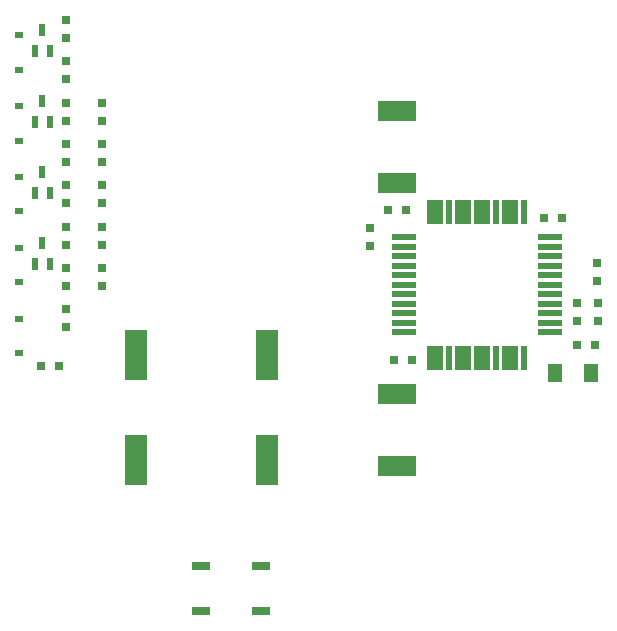
<source format=gtp>
G75*
G70*
%OFA0B0*%
%FSLAX24Y24*%
%IPPOS*%
%LPD*%
%AMOC8*
5,1,8,0,0,1.08239X$1,22.5*
%
%ADD10R,0.0197X0.0787*%
%ADD11R,0.0551X0.0787*%
%ADD12R,0.0787X0.0197*%
%ADD13R,0.0276X0.0236*%
%ADD14R,0.0760X0.1700*%
%ADD15R,0.0315X0.0315*%
%ADD16R,0.1260X0.0709*%
%ADD17R,0.0600X0.0300*%
%ADD18R,0.0236X0.0394*%
%ADD19R,0.0512X0.0630*%
D10*
X018707Y010389D03*
X020282Y010389D03*
X021227Y010389D03*
X021227Y015271D03*
X020282Y015271D03*
X018707Y015271D03*
D11*
X018237Y015271D03*
X019172Y015271D03*
X019812Y015271D03*
X020757Y015271D03*
X020757Y010389D03*
X019812Y010389D03*
X019172Y010389D03*
X018237Y010389D03*
D12*
X017211Y011255D03*
X017211Y011570D03*
X017211Y011885D03*
X017211Y012200D03*
X017211Y012515D03*
X017211Y012830D03*
X017211Y013145D03*
X017211Y013460D03*
X017211Y013775D03*
X017211Y014090D03*
X017211Y014405D03*
X022093Y014405D03*
X022093Y014090D03*
X022093Y013775D03*
X022093Y013460D03*
X022093Y013145D03*
X022093Y012830D03*
X022093Y012515D03*
X022093Y012200D03*
X022093Y011885D03*
X022093Y011570D03*
X022093Y011255D03*
D13*
X004392Y011701D03*
X004392Y010560D03*
X004392Y012926D03*
X004392Y014067D03*
X004377Y015276D03*
X004377Y016418D03*
X004377Y017638D03*
X004377Y018780D03*
X004377Y020000D03*
X004377Y021142D03*
D14*
X008284Y007004D03*
X008284Y010504D03*
X012637Y010504D03*
X012637Y007004D03*
D15*
X016882Y010337D03*
X017482Y010337D03*
X016068Y014124D03*
X016068Y014724D03*
X016669Y015313D03*
X017269Y015313D03*
X021872Y015050D03*
X022472Y015050D03*
X023660Y013564D03*
X023660Y012964D03*
X023668Y012210D03*
X023668Y011610D03*
X022975Y011612D03*
X022975Y012212D03*
X022974Y010827D03*
X023574Y010827D03*
X007133Y012791D03*
X007133Y013391D03*
X007133Y014169D03*
X007133Y014769D03*
X007133Y015547D03*
X007133Y016147D03*
X007133Y016925D03*
X007133Y017525D03*
X007133Y018303D03*
X007133Y018903D03*
X005951Y018903D03*
X005951Y018303D03*
X005951Y017525D03*
X005951Y016925D03*
X005951Y016147D03*
X005951Y015547D03*
X005951Y014769D03*
X005951Y014169D03*
X005951Y013391D03*
X005951Y012791D03*
X005951Y012013D03*
X005951Y011413D03*
X005700Y010117D03*
X005100Y010117D03*
X005951Y019681D03*
X005951Y020281D03*
X005951Y021059D03*
X005951Y021659D03*
D16*
X016977Y018630D03*
X016977Y016230D03*
X016973Y009175D03*
X016973Y006775D03*
D17*
X012451Y003439D03*
X012451Y001939D03*
X010451Y001939D03*
X010451Y003439D03*
D18*
X005420Y013524D03*
X004908Y013524D03*
X005164Y014233D03*
X004908Y015886D03*
X005420Y015886D03*
X005164Y016595D03*
X004908Y018249D03*
X005420Y018249D03*
X005164Y018957D03*
X004908Y020611D03*
X005420Y020611D03*
X005164Y021319D03*
D19*
X022241Y009902D03*
X023441Y009902D03*
M02*

</source>
